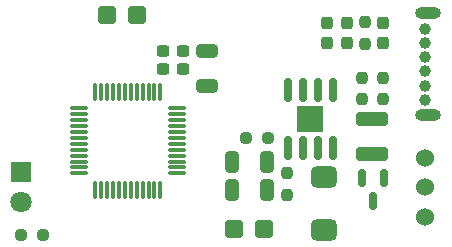
<source format=gbr>
%TF.GenerationSoftware,KiCad,Pcbnew,(7.0.0)*%
%TF.CreationDate,2023-07-18T11:01:11+08:00*%
%TF.ProjectId,Board_Car_V0_3,426f6172-645f-4436-9172-5f56305f332e,rev?*%
%TF.SameCoordinates,Original*%
%TF.FileFunction,Soldermask,Top*%
%TF.FilePolarity,Negative*%
%FSLAX46Y46*%
G04 Gerber Fmt 4.6, Leading zero omitted, Abs format (unit mm)*
G04 Created by KiCad (PCBNEW (7.0.0)) date 2023-07-18 11:01:11*
%MOMM*%
%LPD*%
G01*
G04 APERTURE LIST*
G04 Aperture macros list*
%AMRoundRect*
0 Rectangle with rounded corners*
0 $1 Rounding radius*
0 $2 $3 $4 $5 $6 $7 $8 $9 X,Y pos of 4 corners*
0 Add a 4 corners polygon primitive as box body*
4,1,4,$2,$3,$4,$5,$6,$7,$8,$9,$2,$3,0*
0 Add four circle primitives for the rounded corners*
1,1,$1+$1,$2,$3*
1,1,$1+$1,$4,$5*
1,1,$1+$1,$6,$7*
1,1,$1+$1,$8,$9*
0 Add four rect primitives between the rounded corners*
20,1,$1+$1,$2,$3,$4,$5,0*
20,1,$1+$1,$4,$5,$6,$7,0*
20,1,$1+$1,$6,$7,$8,$9,0*
20,1,$1+$1,$8,$9,$2,$3,0*%
G04 Aperture macros list end*
%ADD10C,1.000000*%
%ADD11O,2.200000X1.000000*%
%ADD12RoundRect,0.075000X0.662500X0.075000X-0.662500X0.075000X-0.662500X-0.075000X0.662500X-0.075000X0*%
%ADD13RoundRect,0.075000X0.075000X0.662500X-0.075000X0.662500X-0.075000X-0.662500X0.075000X-0.662500X0*%
%ADD14RoundRect,0.150000X-0.150000X0.825000X-0.150000X-0.825000X0.150000X-0.825000X0.150000X0.825000X0*%
%ADD15R,2.300000X2.300000*%
%ADD16C,1.524000*%
%ADD17RoundRect,0.237500X0.250000X0.237500X-0.250000X0.237500X-0.250000X-0.237500X0.250000X-0.237500X0*%
%ADD18RoundRect,0.237500X0.237500X-0.250000X0.237500X0.250000X-0.237500X0.250000X-0.237500X-0.250000X0*%
%ADD19RoundRect,0.237500X-0.237500X0.250000X-0.237500X-0.250000X0.237500X-0.250000X0.237500X0.250000X0*%
%ADD20RoundRect,0.237500X-0.250000X-0.237500X0.250000X-0.237500X0.250000X0.237500X-0.250000X0.237500X0*%
%ADD21RoundRect,0.450000X-0.650000X0.450000X-0.650000X-0.450000X0.650000X-0.450000X0.650000X0.450000X0*%
%ADD22RoundRect,0.400000X-0.400000X-0.400000X0.400000X-0.400000X0.400000X0.400000X-0.400000X0.400000X0*%
%ADD23RoundRect,0.237500X-0.237500X0.287500X-0.237500X-0.287500X0.237500X-0.287500X0.237500X0.287500X0*%
%ADD24C,1.800000*%
%ADD25R,1.800000X1.800000*%
%ADD26RoundRect,0.150000X-0.150000X0.587500X-0.150000X-0.587500X0.150000X-0.587500X0.150000X0.587500X0*%
%ADD27RoundRect,0.250000X0.325000X0.650000X-0.325000X0.650000X-0.325000X-0.650000X0.325000X-0.650000X0*%
%ADD28RoundRect,0.237500X-0.300000X-0.237500X0.300000X-0.237500X0.300000X0.237500X-0.300000X0.237500X0*%
%ADD29RoundRect,0.250000X-0.650000X0.325000X-0.650000X-0.325000X0.650000X-0.325000X0.650000X0.325000X0*%
%ADD30RoundRect,0.237500X-0.237500X0.300000X-0.237500X-0.300000X0.237500X-0.300000X0.237500X0.300000X0*%
%ADD31RoundRect,0.237500X0.237500X-0.300000X0.237500X0.300000X-0.237500X0.300000X-0.237500X-0.300000X0*%
%ADD32RoundRect,0.250000X1.100000X-0.325000X1.100000X0.325000X-1.100000X0.325000X-1.100000X-0.325000X0*%
G04 APERTURE END LIST*
D10*
%TO.C,USB1*%
X79500000Y-101000000D03*
X79500000Y-103400000D03*
X79500000Y-104600000D03*
X79500000Y-102200000D03*
X79500000Y-99800000D03*
X79500000Y-98600000D03*
D11*
X79769999Y-97277499D03*
X79769999Y-105922499D03*
%TD*%
D12*
%TO.C,U5*%
X58518500Y-110827000D03*
X58518500Y-110327000D03*
X58518500Y-109827000D03*
X58518500Y-109327000D03*
X58518500Y-108827000D03*
X58518500Y-108327000D03*
X58518500Y-107827000D03*
X58518500Y-107327000D03*
X58518500Y-106827000D03*
X58518500Y-106327000D03*
X58518500Y-105827000D03*
X58518500Y-105327000D03*
D13*
X57106000Y-103914500D03*
X56606000Y-103914500D03*
X56106000Y-103914500D03*
X55606000Y-103914500D03*
X55106000Y-103914500D03*
X54606000Y-103914500D03*
X54106000Y-103914500D03*
X53606000Y-103914500D03*
X53106000Y-103914500D03*
X52606000Y-103914500D03*
X52106000Y-103914500D03*
X51606000Y-103914500D03*
D12*
X50193500Y-105327000D03*
X50193500Y-105827000D03*
X50193500Y-106327000D03*
X50193500Y-106827000D03*
X50193500Y-107327000D03*
X50193500Y-107827000D03*
X50193500Y-108327000D03*
X50193500Y-108827000D03*
X50193500Y-109327000D03*
X50193500Y-109827000D03*
X50193500Y-110327000D03*
X50193500Y-110827000D03*
D13*
X51606000Y-112239500D03*
X52106000Y-112239500D03*
X52606000Y-112239500D03*
X53106000Y-112239500D03*
X53606000Y-112239500D03*
X54106000Y-112239500D03*
X54606000Y-112239500D03*
X55106000Y-112239500D03*
X55606000Y-112239500D03*
X56106000Y-112239500D03*
X56606000Y-112239500D03*
X57106000Y-112239500D03*
%TD*%
D14*
%TO.C,U3*%
X71695000Y-103757000D03*
X70425000Y-103757000D03*
X69155000Y-103757000D03*
X67885000Y-103757000D03*
X67885000Y-108707000D03*
X69155000Y-108707000D03*
X70425000Y-108707000D03*
X71695000Y-108707000D03*
D15*
X69789999Y-106231999D03*
%TD*%
D16*
%TO.C,SW3*%
X79500000Y-114500000D03*
X79500000Y-112000000D03*
X79500000Y-109500000D03*
%TD*%
D17*
%TO.C,R13*%
X66190500Y-107823000D03*
X64365500Y-107823000D03*
%TD*%
D18*
%TO.C,R12*%
X67818000Y-112649000D03*
X67818000Y-110824000D03*
%TD*%
D19*
%TO.C,R11*%
X74422000Y-98020500D03*
X74422000Y-99845500D03*
%TD*%
%TO.C,R3*%
X75946000Y-102719500D03*
X75946000Y-104544500D03*
%TD*%
%TO.C,R2*%
X74168000Y-102719500D03*
X74168000Y-104544500D03*
%TD*%
D20*
%TO.C,R1*%
X45315500Y-116078000D03*
X47140500Y-116078000D03*
%TD*%
D21*
%TO.C,L1*%
X70993000Y-111161000D03*
X70993000Y-115661000D03*
%TD*%
D22*
%TO.C,J2*%
X52578000Y-97409000D03*
X55118000Y-97409000D03*
%TD*%
D23*
%TO.C,D3*%
X71247000Y-98058000D03*
X71247000Y-99808000D03*
%TD*%
D24*
%TO.C,D2*%
X45339000Y-113265000D03*
D25*
X45338999Y-110724999D03*
%TD*%
D26*
%TO.C,D1*%
X76073000Y-111252000D03*
X74173000Y-111252000D03*
X75123000Y-113127000D03*
%TD*%
D27*
%TO.C,C17*%
X66118000Y-109855000D03*
X63168000Y-109855000D03*
%TD*%
D28*
%TO.C,C14*%
X57303500Y-100457000D03*
X59028500Y-100457000D03*
%TD*%
D29*
%TO.C,C13*%
X61087000Y-100506000D03*
X61087000Y-103456000D03*
%TD*%
D28*
%TO.C,C12*%
X57303500Y-101981000D03*
X59028500Y-101981000D03*
%TD*%
D27*
%TO.C,C11*%
X66118000Y-112268000D03*
X63168000Y-112268000D03*
%TD*%
D30*
%TO.C,C7*%
X75946000Y-98070500D03*
X75946000Y-99795500D03*
%TD*%
D31*
%TO.C,C2*%
X72898000Y-99795500D03*
X72898000Y-98070500D03*
%TD*%
D32*
%TO.C,C1*%
X75057000Y-109171000D03*
X75057000Y-106221000D03*
%TD*%
D22*
%TO.C,BT2*%
X63373000Y-115570000D03*
X65913000Y-115570000D03*
%TD*%
M02*

</source>
